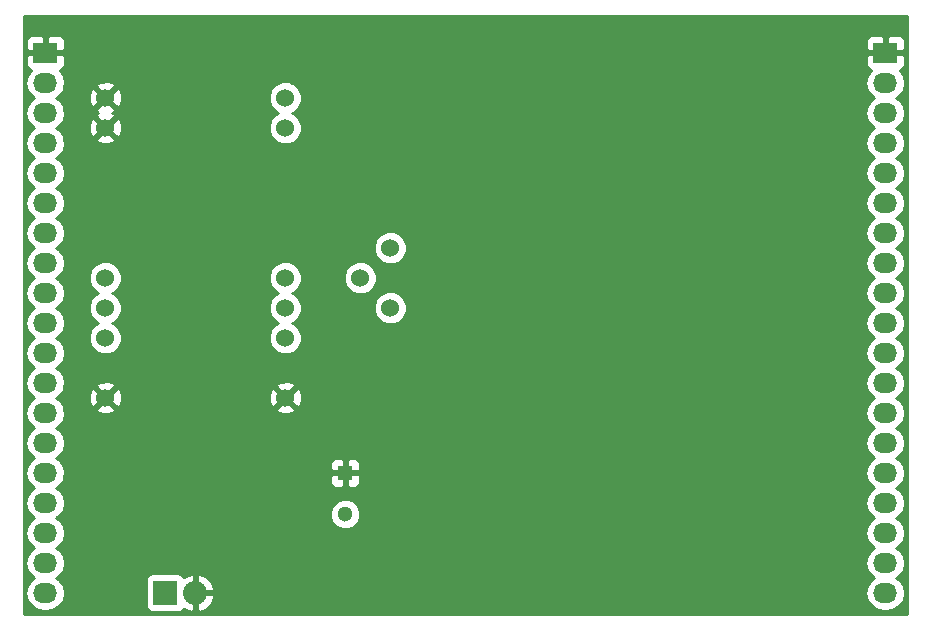
<source format=gbr>
G04 #@! TF.FileFunction,Copper,L2,Bot,Signal*
%FSLAX46Y46*%
G04 Gerber Fmt 4.6, Leading zero omitted, Abs format (unit mm)*
G04 Created by KiCad (PCBNEW 4.0.3+e1-6302~38~ubuntu16.04.1-stable) date Fri Aug 26 17:08:26 2016*
%MOMM*%
%LPD*%
G01*
G04 APERTURE LIST*
%ADD10C,0.100000*%
%ADD11R,2.032000X2.032000*%
%ADD12O,2.032000X2.032000*%
%ADD13C,1.524000*%
%ADD14R,2.032000X1.727200*%
%ADD15O,2.032000X1.727200*%
%ADD16C,1.300000*%
%ADD17R,1.300000X1.300000*%
%ADD18C,0.254000*%
G04 APERTURE END LIST*
D10*
D11*
X69850000Y-100330000D03*
D12*
X72390000Y-100330000D03*
D13*
X86360000Y-73660000D03*
X88900000Y-71120000D03*
X88900000Y-76200000D03*
X64770000Y-58420000D03*
X64770000Y-60960000D03*
X64770000Y-73660000D03*
X64770000Y-76200000D03*
X64770000Y-78740000D03*
X64770000Y-83820000D03*
X80010000Y-83820000D03*
X80010000Y-78740000D03*
X80010000Y-76200000D03*
X80010000Y-73660000D03*
X80010000Y-60960000D03*
X80010000Y-58420000D03*
D14*
X130810000Y-54610000D03*
D15*
X130810000Y-57150000D03*
X130810000Y-59690000D03*
X130810000Y-62230000D03*
X130810000Y-64770000D03*
X130810000Y-67310000D03*
X130810000Y-69850000D03*
X130810000Y-72390000D03*
X130810000Y-74930000D03*
X130810000Y-77470000D03*
X130810000Y-80010000D03*
X130810000Y-82550000D03*
X130810000Y-85090000D03*
X130810000Y-87630000D03*
X130810000Y-90170000D03*
X130810000Y-92710000D03*
X130810000Y-95250000D03*
X130810000Y-97790000D03*
X130810000Y-100330000D03*
D14*
X59690000Y-54610000D03*
D15*
X59690000Y-57150000D03*
X59690000Y-59690000D03*
X59690000Y-62230000D03*
X59690000Y-64770000D03*
X59690000Y-67310000D03*
X59690000Y-69850000D03*
X59690000Y-72390000D03*
X59690000Y-74930000D03*
X59690000Y-77470000D03*
X59690000Y-80010000D03*
X59690000Y-82550000D03*
X59690000Y-85090000D03*
X59690000Y-87630000D03*
X59690000Y-90170000D03*
X59690000Y-92710000D03*
X59690000Y-95250000D03*
X59690000Y-97790000D03*
X59690000Y-100330000D03*
D16*
X85090000Y-93670000D03*
D17*
X85090000Y-90170000D03*
D18*
G36*
X132640000Y-102160000D02*
X57860000Y-102160000D01*
X57860000Y-57150000D01*
X58006655Y-57150000D01*
X58120729Y-57723489D01*
X58445585Y-58209670D01*
X58760366Y-58420000D01*
X58445585Y-58630330D01*
X58120729Y-59116511D01*
X58006655Y-59690000D01*
X58120729Y-60263489D01*
X58445585Y-60749670D01*
X58760366Y-60960000D01*
X58445585Y-61170330D01*
X58120729Y-61656511D01*
X58006655Y-62230000D01*
X58120729Y-62803489D01*
X58445585Y-63289670D01*
X58760366Y-63500000D01*
X58445585Y-63710330D01*
X58120729Y-64196511D01*
X58006655Y-64770000D01*
X58120729Y-65343489D01*
X58445585Y-65829670D01*
X58760366Y-66040000D01*
X58445585Y-66250330D01*
X58120729Y-66736511D01*
X58006655Y-67310000D01*
X58120729Y-67883489D01*
X58445585Y-68369670D01*
X58760366Y-68580000D01*
X58445585Y-68790330D01*
X58120729Y-69276511D01*
X58006655Y-69850000D01*
X58120729Y-70423489D01*
X58445585Y-70909670D01*
X58760366Y-71120000D01*
X58445585Y-71330330D01*
X58120729Y-71816511D01*
X58006655Y-72390000D01*
X58120729Y-72963489D01*
X58445585Y-73449670D01*
X58760366Y-73660000D01*
X58445585Y-73870330D01*
X58120729Y-74356511D01*
X58006655Y-74930000D01*
X58120729Y-75503489D01*
X58445585Y-75989670D01*
X58760366Y-76200000D01*
X58445585Y-76410330D01*
X58120729Y-76896511D01*
X58006655Y-77470000D01*
X58120729Y-78043489D01*
X58445585Y-78529670D01*
X58760366Y-78740000D01*
X58445585Y-78950330D01*
X58120729Y-79436511D01*
X58006655Y-80010000D01*
X58120729Y-80583489D01*
X58445585Y-81069670D01*
X58760366Y-81280000D01*
X58445585Y-81490330D01*
X58120729Y-81976511D01*
X58006655Y-82550000D01*
X58120729Y-83123489D01*
X58445585Y-83609670D01*
X58760366Y-83820000D01*
X58445585Y-84030330D01*
X58120729Y-84516511D01*
X58006655Y-85090000D01*
X58120729Y-85663489D01*
X58445585Y-86149670D01*
X58760366Y-86360000D01*
X58445585Y-86570330D01*
X58120729Y-87056511D01*
X58006655Y-87630000D01*
X58120729Y-88203489D01*
X58445585Y-88689670D01*
X58760366Y-88900000D01*
X58445585Y-89110330D01*
X58120729Y-89596511D01*
X58006655Y-90170000D01*
X58120729Y-90743489D01*
X58445585Y-91229670D01*
X58760366Y-91440000D01*
X58445585Y-91650330D01*
X58120729Y-92136511D01*
X58006655Y-92710000D01*
X58120729Y-93283489D01*
X58445585Y-93769670D01*
X58760366Y-93980000D01*
X58445585Y-94190330D01*
X58120729Y-94676511D01*
X58006655Y-95250000D01*
X58120729Y-95823489D01*
X58445585Y-96309670D01*
X58760366Y-96520000D01*
X58445585Y-96730330D01*
X58120729Y-97216511D01*
X58006655Y-97790000D01*
X58120729Y-98363489D01*
X58445585Y-98849670D01*
X58760366Y-99060000D01*
X58445585Y-99270330D01*
X58120729Y-99756511D01*
X58006655Y-100330000D01*
X58120729Y-100903489D01*
X58445585Y-101389670D01*
X58931766Y-101714526D01*
X59505255Y-101828600D01*
X59874745Y-101828600D01*
X60448234Y-101714526D01*
X60934415Y-101389670D01*
X61259271Y-100903489D01*
X61373345Y-100330000D01*
X61259271Y-99756511D01*
X60963595Y-99314000D01*
X68186560Y-99314000D01*
X68186560Y-101346000D01*
X68230838Y-101581317D01*
X68369910Y-101797441D01*
X68582110Y-101942431D01*
X68834000Y-101993440D01*
X70866000Y-101993440D01*
X71101317Y-101949162D01*
X71317441Y-101810090D01*
X71417856Y-101663128D01*
X71421621Y-101667188D01*
X72007054Y-101935983D01*
X72263000Y-101817367D01*
X72263000Y-100457000D01*
X72517000Y-100457000D01*
X72517000Y-101817367D01*
X72772946Y-101935983D01*
X73358379Y-101667188D01*
X73796385Y-101194818D01*
X73995975Y-100712944D01*
X73876836Y-100457000D01*
X72517000Y-100457000D01*
X72263000Y-100457000D01*
X72243000Y-100457000D01*
X72243000Y-100203000D01*
X72263000Y-100203000D01*
X72263000Y-98842633D01*
X72517000Y-98842633D01*
X72517000Y-100203000D01*
X73876836Y-100203000D01*
X73995975Y-99947056D01*
X73796385Y-99465182D01*
X73358379Y-98992812D01*
X72772946Y-98724017D01*
X72517000Y-98842633D01*
X72263000Y-98842633D01*
X72007054Y-98724017D01*
X71421621Y-98992812D01*
X71417066Y-98997724D01*
X71330090Y-98862559D01*
X71117890Y-98717569D01*
X70866000Y-98666560D01*
X68834000Y-98666560D01*
X68598683Y-98710838D01*
X68382559Y-98849910D01*
X68237569Y-99062110D01*
X68186560Y-99314000D01*
X60963595Y-99314000D01*
X60934415Y-99270330D01*
X60619634Y-99060000D01*
X60934415Y-98849670D01*
X61259271Y-98363489D01*
X61373345Y-97790000D01*
X61259271Y-97216511D01*
X60934415Y-96730330D01*
X60619634Y-96520000D01*
X60934415Y-96309670D01*
X61259271Y-95823489D01*
X61373345Y-95250000D01*
X61259271Y-94676511D01*
X60934415Y-94190330D01*
X60619634Y-93980000D01*
X60702724Y-93924481D01*
X83804777Y-93924481D01*
X83999995Y-94396943D01*
X84361155Y-94758735D01*
X84833276Y-94954777D01*
X85344481Y-94955223D01*
X85816943Y-94760005D01*
X86178735Y-94398845D01*
X86374777Y-93926724D01*
X86375223Y-93415519D01*
X86180005Y-92943057D01*
X85818845Y-92581265D01*
X85346724Y-92385223D01*
X84835519Y-92384777D01*
X84363057Y-92579995D01*
X84001265Y-92941155D01*
X83805223Y-93413276D01*
X83804777Y-93924481D01*
X60702724Y-93924481D01*
X60934415Y-93769670D01*
X61259271Y-93283489D01*
X61373345Y-92710000D01*
X61259271Y-92136511D01*
X60934415Y-91650330D01*
X60619634Y-91440000D01*
X60934415Y-91229670D01*
X61259271Y-90743489D01*
X61316505Y-90455750D01*
X83805000Y-90455750D01*
X83805000Y-90946309D01*
X83901673Y-91179698D01*
X84080301Y-91358327D01*
X84313690Y-91455000D01*
X84804250Y-91455000D01*
X84963000Y-91296250D01*
X84963000Y-90297000D01*
X85217000Y-90297000D01*
X85217000Y-91296250D01*
X85375750Y-91455000D01*
X85866310Y-91455000D01*
X86099699Y-91358327D01*
X86278327Y-91179698D01*
X86375000Y-90946309D01*
X86375000Y-90455750D01*
X86216250Y-90297000D01*
X85217000Y-90297000D01*
X84963000Y-90297000D01*
X83963750Y-90297000D01*
X83805000Y-90455750D01*
X61316505Y-90455750D01*
X61373345Y-90170000D01*
X61259271Y-89596511D01*
X61123751Y-89393691D01*
X83805000Y-89393691D01*
X83805000Y-89884250D01*
X83963750Y-90043000D01*
X84963000Y-90043000D01*
X84963000Y-89043750D01*
X85217000Y-89043750D01*
X85217000Y-90043000D01*
X86216250Y-90043000D01*
X86375000Y-89884250D01*
X86375000Y-89393691D01*
X86278327Y-89160302D01*
X86099699Y-88981673D01*
X85866310Y-88885000D01*
X85375750Y-88885000D01*
X85217000Y-89043750D01*
X84963000Y-89043750D01*
X84804250Y-88885000D01*
X84313690Y-88885000D01*
X84080301Y-88981673D01*
X83901673Y-89160302D01*
X83805000Y-89393691D01*
X61123751Y-89393691D01*
X60934415Y-89110330D01*
X60619634Y-88900000D01*
X60934415Y-88689670D01*
X61259271Y-88203489D01*
X61373345Y-87630000D01*
X61259271Y-87056511D01*
X60934415Y-86570330D01*
X60619634Y-86360000D01*
X60934415Y-86149670D01*
X61259271Y-85663489D01*
X61373345Y-85090000D01*
X61315703Y-84800213D01*
X63969392Y-84800213D01*
X64038857Y-85042397D01*
X64562302Y-85229144D01*
X65117368Y-85201362D01*
X65501143Y-85042397D01*
X65570608Y-84800213D01*
X79209392Y-84800213D01*
X79278857Y-85042397D01*
X79802302Y-85229144D01*
X80357368Y-85201362D01*
X80741143Y-85042397D01*
X80810608Y-84800213D01*
X80010000Y-83999605D01*
X79209392Y-84800213D01*
X65570608Y-84800213D01*
X64770000Y-83999605D01*
X63969392Y-84800213D01*
X61315703Y-84800213D01*
X61259271Y-84516511D01*
X60934415Y-84030330D01*
X60619634Y-83820000D01*
X60930475Y-83612302D01*
X63360856Y-83612302D01*
X63388638Y-84167368D01*
X63547603Y-84551143D01*
X63789787Y-84620608D01*
X64590395Y-83820000D01*
X64949605Y-83820000D01*
X65750213Y-84620608D01*
X65992397Y-84551143D01*
X66179144Y-84027698D01*
X66158353Y-83612302D01*
X78600856Y-83612302D01*
X78628638Y-84167368D01*
X78787603Y-84551143D01*
X79029787Y-84620608D01*
X79830395Y-83820000D01*
X80189605Y-83820000D01*
X80990213Y-84620608D01*
X81232397Y-84551143D01*
X81419144Y-84027698D01*
X81391362Y-83472632D01*
X81232397Y-83088857D01*
X80990213Y-83019392D01*
X80189605Y-83820000D01*
X79830395Y-83820000D01*
X79029787Y-83019392D01*
X78787603Y-83088857D01*
X78600856Y-83612302D01*
X66158353Y-83612302D01*
X66151362Y-83472632D01*
X65992397Y-83088857D01*
X65750213Y-83019392D01*
X64949605Y-83820000D01*
X64590395Y-83820000D01*
X63789787Y-83019392D01*
X63547603Y-83088857D01*
X63360856Y-83612302D01*
X60930475Y-83612302D01*
X60934415Y-83609670D01*
X61259271Y-83123489D01*
X61315702Y-82839787D01*
X63969392Y-82839787D01*
X64770000Y-83640395D01*
X65570608Y-82839787D01*
X79209392Y-82839787D01*
X80010000Y-83640395D01*
X80810608Y-82839787D01*
X80741143Y-82597603D01*
X80217698Y-82410856D01*
X79662632Y-82438638D01*
X79278857Y-82597603D01*
X79209392Y-82839787D01*
X65570608Y-82839787D01*
X65501143Y-82597603D01*
X64977698Y-82410856D01*
X64422632Y-82438638D01*
X64038857Y-82597603D01*
X63969392Y-82839787D01*
X61315702Y-82839787D01*
X61373345Y-82550000D01*
X61259271Y-81976511D01*
X60934415Y-81490330D01*
X60619634Y-81280000D01*
X60934415Y-81069670D01*
X61259271Y-80583489D01*
X61373345Y-80010000D01*
X61259271Y-79436511D01*
X60934415Y-78950330D01*
X60619634Y-78740000D01*
X60934415Y-78529670D01*
X61259271Y-78043489D01*
X61373345Y-77470000D01*
X61259271Y-76896511D01*
X60934415Y-76410330D01*
X60619634Y-76200000D01*
X60934415Y-75989670D01*
X61259271Y-75503489D01*
X61373345Y-74930000D01*
X61259271Y-74356511D01*
X60978736Y-73936661D01*
X63372758Y-73936661D01*
X63584990Y-74450303D01*
X63977630Y-74843629D01*
X64185512Y-74929949D01*
X63979697Y-75014990D01*
X63586371Y-75407630D01*
X63373243Y-75920900D01*
X63372758Y-76476661D01*
X63584990Y-76990303D01*
X63977630Y-77383629D01*
X64185512Y-77469949D01*
X63979697Y-77554990D01*
X63586371Y-77947630D01*
X63373243Y-78460900D01*
X63372758Y-79016661D01*
X63584990Y-79530303D01*
X63977630Y-79923629D01*
X64490900Y-80136757D01*
X65046661Y-80137242D01*
X65560303Y-79925010D01*
X65953629Y-79532370D01*
X66166757Y-79019100D01*
X66167242Y-78463339D01*
X65955010Y-77949697D01*
X65562370Y-77556371D01*
X65354488Y-77470051D01*
X65560303Y-77385010D01*
X65953629Y-76992370D01*
X66166757Y-76479100D01*
X66167242Y-75923339D01*
X65955010Y-75409697D01*
X65562370Y-75016371D01*
X65354488Y-74930051D01*
X65560303Y-74845010D01*
X65953629Y-74452370D01*
X66166757Y-73939100D01*
X66166759Y-73936661D01*
X78612758Y-73936661D01*
X78824990Y-74450303D01*
X79217630Y-74843629D01*
X79425512Y-74929949D01*
X79219697Y-75014990D01*
X78826371Y-75407630D01*
X78613243Y-75920900D01*
X78612758Y-76476661D01*
X78824990Y-76990303D01*
X79217630Y-77383629D01*
X79425512Y-77469949D01*
X79219697Y-77554990D01*
X78826371Y-77947630D01*
X78613243Y-78460900D01*
X78612758Y-79016661D01*
X78824990Y-79530303D01*
X79217630Y-79923629D01*
X79730900Y-80136757D01*
X80286661Y-80137242D01*
X80800303Y-79925010D01*
X81193629Y-79532370D01*
X81406757Y-79019100D01*
X81407242Y-78463339D01*
X81195010Y-77949697D01*
X80802370Y-77556371D01*
X80594488Y-77470051D01*
X80800303Y-77385010D01*
X81193629Y-76992370D01*
X81406757Y-76479100D01*
X81406759Y-76476661D01*
X87502758Y-76476661D01*
X87714990Y-76990303D01*
X88107630Y-77383629D01*
X88620900Y-77596757D01*
X89176661Y-77597242D01*
X89690303Y-77385010D01*
X90083629Y-76992370D01*
X90296757Y-76479100D01*
X90297242Y-75923339D01*
X90085010Y-75409697D01*
X89692370Y-75016371D01*
X89179100Y-74803243D01*
X88623339Y-74802758D01*
X88109697Y-75014990D01*
X87716371Y-75407630D01*
X87503243Y-75920900D01*
X87502758Y-76476661D01*
X81406759Y-76476661D01*
X81407242Y-75923339D01*
X81195010Y-75409697D01*
X80802370Y-75016371D01*
X80594488Y-74930051D01*
X80800303Y-74845010D01*
X81193629Y-74452370D01*
X81406757Y-73939100D01*
X81406759Y-73936661D01*
X84962758Y-73936661D01*
X85174990Y-74450303D01*
X85567630Y-74843629D01*
X86080900Y-75056757D01*
X86636661Y-75057242D01*
X87150303Y-74845010D01*
X87543629Y-74452370D01*
X87756757Y-73939100D01*
X87757242Y-73383339D01*
X87545010Y-72869697D01*
X87152370Y-72476371D01*
X86639100Y-72263243D01*
X86083339Y-72262758D01*
X85569697Y-72474990D01*
X85176371Y-72867630D01*
X84963243Y-73380900D01*
X84962758Y-73936661D01*
X81406759Y-73936661D01*
X81407242Y-73383339D01*
X81195010Y-72869697D01*
X80802370Y-72476371D01*
X80289100Y-72263243D01*
X79733339Y-72262758D01*
X79219697Y-72474990D01*
X78826371Y-72867630D01*
X78613243Y-73380900D01*
X78612758Y-73936661D01*
X66166759Y-73936661D01*
X66167242Y-73383339D01*
X65955010Y-72869697D01*
X65562370Y-72476371D01*
X65049100Y-72263243D01*
X64493339Y-72262758D01*
X63979697Y-72474990D01*
X63586371Y-72867630D01*
X63373243Y-73380900D01*
X63372758Y-73936661D01*
X60978736Y-73936661D01*
X60934415Y-73870330D01*
X60619634Y-73660000D01*
X60934415Y-73449670D01*
X61259271Y-72963489D01*
X61373345Y-72390000D01*
X61259271Y-71816511D01*
X60978736Y-71396661D01*
X87502758Y-71396661D01*
X87714990Y-71910303D01*
X88107630Y-72303629D01*
X88620900Y-72516757D01*
X89176661Y-72517242D01*
X89690303Y-72305010D01*
X90083629Y-71912370D01*
X90296757Y-71399100D01*
X90297242Y-70843339D01*
X90085010Y-70329697D01*
X89692370Y-69936371D01*
X89179100Y-69723243D01*
X88623339Y-69722758D01*
X88109697Y-69934990D01*
X87716371Y-70327630D01*
X87503243Y-70840900D01*
X87502758Y-71396661D01*
X60978736Y-71396661D01*
X60934415Y-71330330D01*
X60619634Y-71120000D01*
X60934415Y-70909670D01*
X61259271Y-70423489D01*
X61373345Y-69850000D01*
X61259271Y-69276511D01*
X60934415Y-68790330D01*
X60619634Y-68580000D01*
X60934415Y-68369670D01*
X61259271Y-67883489D01*
X61373345Y-67310000D01*
X61259271Y-66736511D01*
X60934415Y-66250330D01*
X60619634Y-66040000D01*
X60934415Y-65829670D01*
X61259271Y-65343489D01*
X61373345Y-64770000D01*
X61259271Y-64196511D01*
X60934415Y-63710330D01*
X60619634Y-63500000D01*
X60934415Y-63289670D01*
X61259271Y-62803489D01*
X61373345Y-62230000D01*
X61315703Y-61940213D01*
X63969392Y-61940213D01*
X64038857Y-62182397D01*
X64562302Y-62369144D01*
X65117368Y-62341362D01*
X65501143Y-62182397D01*
X65570608Y-61940213D01*
X64770000Y-61139605D01*
X63969392Y-61940213D01*
X61315703Y-61940213D01*
X61259271Y-61656511D01*
X60934415Y-61170330D01*
X60619634Y-60960000D01*
X60930475Y-60752302D01*
X63360856Y-60752302D01*
X63388638Y-61307368D01*
X63547603Y-61691143D01*
X63789787Y-61760608D01*
X64590395Y-60960000D01*
X64949605Y-60960000D01*
X65750213Y-61760608D01*
X65992397Y-61691143D01*
X66179144Y-61167698D01*
X66151362Y-60612632D01*
X65992397Y-60228857D01*
X65750213Y-60159392D01*
X64949605Y-60960000D01*
X64590395Y-60960000D01*
X63789787Y-60159392D01*
X63547603Y-60228857D01*
X63360856Y-60752302D01*
X60930475Y-60752302D01*
X60934415Y-60749670D01*
X61259271Y-60263489D01*
X61373345Y-59690000D01*
X61315703Y-59400213D01*
X63969392Y-59400213D01*
X64038857Y-59642397D01*
X64162344Y-59686453D01*
X64038857Y-59737603D01*
X63969392Y-59979787D01*
X64770000Y-60780395D01*
X65570608Y-59979787D01*
X65501143Y-59737603D01*
X65377656Y-59693547D01*
X65501143Y-59642397D01*
X65570608Y-59400213D01*
X64770000Y-58599605D01*
X63969392Y-59400213D01*
X61315703Y-59400213D01*
X61259271Y-59116511D01*
X60934415Y-58630330D01*
X60619634Y-58420000D01*
X60930475Y-58212302D01*
X63360856Y-58212302D01*
X63388638Y-58767368D01*
X63547603Y-59151143D01*
X63789787Y-59220608D01*
X64590395Y-58420000D01*
X64949605Y-58420000D01*
X65750213Y-59220608D01*
X65992397Y-59151143D01*
X66154540Y-58696661D01*
X78612758Y-58696661D01*
X78824990Y-59210303D01*
X79217630Y-59603629D01*
X79425512Y-59689949D01*
X79219697Y-59774990D01*
X78826371Y-60167630D01*
X78613243Y-60680900D01*
X78612758Y-61236661D01*
X78824990Y-61750303D01*
X79217630Y-62143629D01*
X79730900Y-62356757D01*
X80286661Y-62357242D01*
X80800303Y-62145010D01*
X81193629Y-61752370D01*
X81406757Y-61239100D01*
X81407242Y-60683339D01*
X81195010Y-60169697D01*
X80802370Y-59776371D01*
X80594488Y-59690051D01*
X80800303Y-59605010D01*
X81193629Y-59212370D01*
X81406757Y-58699100D01*
X81407242Y-58143339D01*
X81195010Y-57629697D01*
X80802370Y-57236371D01*
X80594366Y-57150000D01*
X129126655Y-57150000D01*
X129240729Y-57723489D01*
X129565585Y-58209670D01*
X129880366Y-58420000D01*
X129565585Y-58630330D01*
X129240729Y-59116511D01*
X129126655Y-59690000D01*
X129240729Y-60263489D01*
X129565585Y-60749670D01*
X129880366Y-60960000D01*
X129565585Y-61170330D01*
X129240729Y-61656511D01*
X129126655Y-62230000D01*
X129240729Y-62803489D01*
X129565585Y-63289670D01*
X129880366Y-63500000D01*
X129565585Y-63710330D01*
X129240729Y-64196511D01*
X129126655Y-64770000D01*
X129240729Y-65343489D01*
X129565585Y-65829670D01*
X129880366Y-66040000D01*
X129565585Y-66250330D01*
X129240729Y-66736511D01*
X129126655Y-67310000D01*
X129240729Y-67883489D01*
X129565585Y-68369670D01*
X129880366Y-68580000D01*
X129565585Y-68790330D01*
X129240729Y-69276511D01*
X129126655Y-69850000D01*
X129240729Y-70423489D01*
X129565585Y-70909670D01*
X129880366Y-71120000D01*
X129565585Y-71330330D01*
X129240729Y-71816511D01*
X129126655Y-72390000D01*
X129240729Y-72963489D01*
X129565585Y-73449670D01*
X129880366Y-73660000D01*
X129565585Y-73870330D01*
X129240729Y-74356511D01*
X129126655Y-74930000D01*
X129240729Y-75503489D01*
X129565585Y-75989670D01*
X129880366Y-76200000D01*
X129565585Y-76410330D01*
X129240729Y-76896511D01*
X129126655Y-77470000D01*
X129240729Y-78043489D01*
X129565585Y-78529670D01*
X129880366Y-78740000D01*
X129565585Y-78950330D01*
X129240729Y-79436511D01*
X129126655Y-80010000D01*
X129240729Y-80583489D01*
X129565585Y-81069670D01*
X129880366Y-81280000D01*
X129565585Y-81490330D01*
X129240729Y-81976511D01*
X129126655Y-82550000D01*
X129240729Y-83123489D01*
X129565585Y-83609670D01*
X129880366Y-83820000D01*
X129565585Y-84030330D01*
X129240729Y-84516511D01*
X129126655Y-85090000D01*
X129240729Y-85663489D01*
X129565585Y-86149670D01*
X129880366Y-86360000D01*
X129565585Y-86570330D01*
X129240729Y-87056511D01*
X129126655Y-87630000D01*
X129240729Y-88203489D01*
X129565585Y-88689670D01*
X129880366Y-88900000D01*
X129565585Y-89110330D01*
X129240729Y-89596511D01*
X129126655Y-90170000D01*
X129240729Y-90743489D01*
X129565585Y-91229670D01*
X129880366Y-91440000D01*
X129565585Y-91650330D01*
X129240729Y-92136511D01*
X129126655Y-92710000D01*
X129240729Y-93283489D01*
X129565585Y-93769670D01*
X129880366Y-93980000D01*
X129565585Y-94190330D01*
X129240729Y-94676511D01*
X129126655Y-95250000D01*
X129240729Y-95823489D01*
X129565585Y-96309670D01*
X129880366Y-96520000D01*
X129565585Y-96730330D01*
X129240729Y-97216511D01*
X129126655Y-97790000D01*
X129240729Y-98363489D01*
X129565585Y-98849670D01*
X129880366Y-99060000D01*
X129565585Y-99270330D01*
X129240729Y-99756511D01*
X129126655Y-100330000D01*
X129240729Y-100903489D01*
X129565585Y-101389670D01*
X130051766Y-101714526D01*
X130625255Y-101828600D01*
X130994745Y-101828600D01*
X131568234Y-101714526D01*
X132054415Y-101389670D01*
X132379271Y-100903489D01*
X132493345Y-100330000D01*
X132379271Y-99756511D01*
X132054415Y-99270330D01*
X131739634Y-99060000D01*
X132054415Y-98849670D01*
X132379271Y-98363489D01*
X132493345Y-97790000D01*
X132379271Y-97216511D01*
X132054415Y-96730330D01*
X131739634Y-96520000D01*
X132054415Y-96309670D01*
X132379271Y-95823489D01*
X132493345Y-95250000D01*
X132379271Y-94676511D01*
X132054415Y-94190330D01*
X131739634Y-93980000D01*
X132054415Y-93769670D01*
X132379271Y-93283489D01*
X132493345Y-92710000D01*
X132379271Y-92136511D01*
X132054415Y-91650330D01*
X131739634Y-91440000D01*
X132054415Y-91229670D01*
X132379271Y-90743489D01*
X132493345Y-90170000D01*
X132379271Y-89596511D01*
X132054415Y-89110330D01*
X131739634Y-88900000D01*
X132054415Y-88689670D01*
X132379271Y-88203489D01*
X132493345Y-87630000D01*
X132379271Y-87056511D01*
X132054415Y-86570330D01*
X131739634Y-86360000D01*
X132054415Y-86149670D01*
X132379271Y-85663489D01*
X132493345Y-85090000D01*
X132379271Y-84516511D01*
X132054415Y-84030330D01*
X131739634Y-83820000D01*
X132054415Y-83609670D01*
X132379271Y-83123489D01*
X132493345Y-82550000D01*
X132379271Y-81976511D01*
X132054415Y-81490330D01*
X131739634Y-81280000D01*
X132054415Y-81069670D01*
X132379271Y-80583489D01*
X132493345Y-80010000D01*
X132379271Y-79436511D01*
X132054415Y-78950330D01*
X131739634Y-78740000D01*
X132054415Y-78529670D01*
X132379271Y-78043489D01*
X132493345Y-77470000D01*
X132379271Y-76896511D01*
X132054415Y-76410330D01*
X131739634Y-76200000D01*
X132054415Y-75989670D01*
X132379271Y-75503489D01*
X132493345Y-74930000D01*
X132379271Y-74356511D01*
X132054415Y-73870330D01*
X131739634Y-73660000D01*
X132054415Y-73449670D01*
X132379271Y-72963489D01*
X132493345Y-72390000D01*
X132379271Y-71816511D01*
X132054415Y-71330330D01*
X131739634Y-71120000D01*
X132054415Y-70909670D01*
X132379271Y-70423489D01*
X132493345Y-69850000D01*
X132379271Y-69276511D01*
X132054415Y-68790330D01*
X131739634Y-68580000D01*
X132054415Y-68369670D01*
X132379271Y-67883489D01*
X132493345Y-67310000D01*
X132379271Y-66736511D01*
X132054415Y-66250330D01*
X131739634Y-66040000D01*
X132054415Y-65829670D01*
X132379271Y-65343489D01*
X132493345Y-64770000D01*
X132379271Y-64196511D01*
X132054415Y-63710330D01*
X131739634Y-63500000D01*
X132054415Y-63289670D01*
X132379271Y-62803489D01*
X132493345Y-62230000D01*
X132379271Y-61656511D01*
X132054415Y-61170330D01*
X131739634Y-60960000D01*
X132054415Y-60749670D01*
X132379271Y-60263489D01*
X132493345Y-59690000D01*
X132379271Y-59116511D01*
X132054415Y-58630330D01*
X131739634Y-58420000D01*
X132054415Y-58209670D01*
X132379271Y-57723489D01*
X132493345Y-57150000D01*
X132379271Y-56576511D01*
X132054415Y-56090330D01*
X132032220Y-56075500D01*
X132185699Y-56011927D01*
X132364327Y-55833298D01*
X132461000Y-55599909D01*
X132461000Y-54895750D01*
X132302250Y-54737000D01*
X130937000Y-54737000D01*
X130937000Y-54757000D01*
X130683000Y-54757000D01*
X130683000Y-54737000D01*
X129317750Y-54737000D01*
X129159000Y-54895750D01*
X129159000Y-55599909D01*
X129255673Y-55833298D01*
X129434301Y-56011927D01*
X129587780Y-56075500D01*
X129565585Y-56090330D01*
X129240729Y-56576511D01*
X129126655Y-57150000D01*
X80594366Y-57150000D01*
X80289100Y-57023243D01*
X79733339Y-57022758D01*
X79219697Y-57234990D01*
X78826371Y-57627630D01*
X78613243Y-58140900D01*
X78612758Y-58696661D01*
X66154540Y-58696661D01*
X66179144Y-58627698D01*
X66151362Y-58072632D01*
X65992397Y-57688857D01*
X65750213Y-57619392D01*
X64949605Y-58420000D01*
X64590395Y-58420000D01*
X63789787Y-57619392D01*
X63547603Y-57688857D01*
X63360856Y-58212302D01*
X60930475Y-58212302D01*
X60934415Y-58209670D01*
X61259271Y-57723489D01*
X61315702Y-57439787D01*
X63969392Y-57439787D01*
X64770000Y-58240395D01*
X65570608Y-57439787D01*
X65501143Y-57197603D01*
X64977698Y-57010856D01*
X64422632Y-57038638D01*
X64038857Y-57197603D01*
X63969392Y-57439787D01*
X61315702Y-57439787D01*
X61373345Y-57150000D01*
X61259271Y-56576511D01*
X60934415Y-56090330D01*
X60912220Y-56075500D01*
X61065699Y-56011927D01*
X61244327Y-55833298D01*
X61341000Y-55599909D01*
X61341000Y-54895750D01*
X61182250Y-54737000D01*
X59817000Y-54737000D01*
X59817000Y-54757000D01*
X59563000Y-54757000D01*
X59563000Y-54737000D01*
X58197750Y-54737000D01*
X58039000Y-54895750D01*
X58039000Y-55599909D01*
X58135673Y-55833298D01*
X58314301Y-56011927D01*
X58467780Y-56075500D01*
X58445585Y-56090330D01*
X58120729Y-56576511D01*
X58006655Y-57150000D01*
X57860000Y-57150000D01*
X57860000Y-53620091D01*
X58039000Y-53620091D01*
X58039000Y-54324250D01*
X58197750Y-54483000D01*
X59563000Y-54483000D01*
X59563000Y-53270150D01*
X59817000Y-53270150D01*
X59817000Y-54483000D01*
X61182250Y-54483000D01*
X61341000Y-54324250D01*
X61341000Y-53620091D01*
X129159000Y-53620091D01*
X129159000Y-54324250D01*
X129317750Y-54483000D01*
X130683000Y-54483000D01*
X130683000Y-53270150D01*
X130937000Y-53270150D01*
X130937000Y-54483000D01*
X132302250Y-54483000D01*
X132461000Y-54324250D01*
X132461000Y-53620091D01*
X132364327Y-53386702D01*
X132185699Y-53208073D01*
X131952310Y-53111400D01*
X131095750Y-53111400D01*
X130937000Y-53270150D01*
X130683000Y-53270150D01*
X130524250Y-53111400D01*
X129667690Y-53111400D01*
X129434301Y-53208073D01*
X129255673Y-53386702D01*
X129159000Y-53620091D01*
X61341000Y-53620091D01*
X61244327Y-53386702D01*
X61065699Y-53208073D01*
X60832310Y-53111400D01*
X59975750Y-53111400D01*
X59817000Y-53270150D01*
X59563000Y-53270150D01*
X59404250Y-53111400D01*
X58547690Y-53111400D01*
X58314301Y-53208073D01*
X58135673Y-53386702D01*
X58039000Y-53620091D01*
X57860000Y-53620091D01*
X57860000Y-51510000D01*
X132640000Y-51510000D01*
X132640000Y-102160000D01*
X132640000Y-102160000D01*
G37*
X132640000Y-102160000D02*
X57860000Y-102160000D01*
X57860000Y-57150000D01*
X58006655Y-57150000D01*
X58120729Y-57723489D01*
X58445585Y-58209670D01*
X58760366Y-58420000D01*
X58445585Y-58630330D01*
X58120729Y-59116511D01*
X58006655Y-59690000D01*
X58120729Y-60263489D01*
X58445585Y-60749670D01*
X58760366Y-60960000D01*
X58445585Y-61170330D01*
X58120729Y-61656511D01*
X58006655Y-62230000D01*
X58120729Y-62803489D01*
X58445585Y-63289670D01*
X58760366Y-63500000D01*
X58445585Y-63710330D01*
X58120729Y-64196511D01*
X58006655Y-64770000D01*
X58120729Y-65343489D01*
X58445585Y-65829670D01*
X58760366Y-66040000D01*
X58445585Y-66250330D01*
X58120729Y-66736511D01*
X58006655Y-67310000D01*
X58120729Y-67883489D01*
X58445585Y-68369670D01*
X58760366Y-68580000D01*
X58445585Y-68790330D01*
X58120729Y-69276511D01*
X58006655Y-69850000D01*
X58120729Y-70423489D01*
X58445585Y-70909670D01*
X58760366Y-71120000D01*
X58445585Y-71330330D01*
X58120729Y-71816511D01*
X58006655Y-72390000D01*
X58120729Y-72963489D01*
X58445585Y-73449670D01*
X58760366Y-73660000D01*
X58445585Y-73870330D01*
X58120729Y-74356511D01*
X58006655Y-74930000D01*
X58120729Y-75503489D01*
X58445585Y-75989670D01*
X58760366Y-76200000D01*
X58445585Y-76410330D01*
X58120729Y-76896511D01*
X58006655Y-77470000D01*
X58120729Y-78043489D01*
X58445585Y-78529670D01*
X58760366Y-78740000D01*
X58445585Y-78950330D01*
X58120729Y-79436511D01*
X58006655Y-80010000D01*
X58120729Y-80583489D01*
X58445585Y-81069670D01*
X58760366Y-81280000D01*
X58445585Y-81490330D01*
X58120729Y-81976511D01*
X58006655Y-82550000D01*
X58120729Y-83123489D01*
X58445585Y-83609670D01*
X58760366Y-83820000D01*
X58445585Y-84030330D01*
X58120729Y-84516511D01*
X58006655Y-85090000D01*
X58120729Y-85663489D01*
X58445585Y-86149670D01*
X58760366Y-86360000D01*
X58445585Y-86570330D01*
X58120729Y-87056511D01*
X58006655Y-87630000D01*
X58120729Y-88203489D01*
X58445585Y-88689670D01*
X58760366Y-88900000D01*
X58445585Y-89110330D01*
X58120729Y-89596511D01*
X58006655Y-90170000D01*
X58120729Y-90743489D01*
X58445585Y-91229670D01*
X58760366Y-91440000D01*
X58445585Y-91650330D01*
X58120729Y-92136511D01*
X58006655Y-92710000D01*
X58120729Y-93283489D01*
X58445585Y-93769670D01*
X58760366Y-93980000D01*
X58445585Y-94190330D01*
X58120729Y-94676511D01*
X58006655Y-95250000D01*
X58120729Y-95823489D01*
X58445585Y-96309670D01*
X58760366Y-96520000D01*
X58445585Y-96730330D01*
X58120729Y-97216511D01*
X58006655Y-97790000D01*
X58120729Y-98363489D01*
X58445585Y-98849670D01*
X58760366Y-99060000D01*
X58445585Y-99270330D01*
X58120729Y-99756511D01*
X58006655Y-100330000D01*
X58120729Y-100903489D01*
X58445585Y-101389670D01*
X58931766Y-101714526D01*
X59505255Y-101828600D01*
X59874745Y-101828600D01*
X60448234Y-101714526D01*
X60934415Y-101389670D01*
X61259271Y-100903489D01*
X61373345Y-100330000D01*
X61259271Y-99756511D01*
X60963595Y-99314000D01*
X68186560Y-99314000D01*
X68186560Y-101346000D01*
X68230838Y-101581317D01*
X68369910Y-101797441D01*
X68582110Y-101942431D01*
X68834000Y-101993440D01*
X70866000Y-101993440D01*
X71101317Y-101949162D01*
X71317441Y-101810090D01*
X71417856Y-101663128D01*
X71421621Y-101667188D01*
X72007054Y-101935983D01*
X72263000Y-101817367D01*
X72263000Y-100457000D01*
X72517000Y-100457000D01*
X72517000Y-101817367D01*
X72772946Y-101935983D01*
X73358379Y-101667188D01*
X73796385Y-101194818D01*
X73995975Y-100712944D01*
X73876836Y-100457000D01*
X72517000Y-100457000D01*
X72263000Y-100457000D01*
X72243000Y-100457000D01*
X72243000Y-100203000D01*
X72263000Y-100203000D01*
X72263000Y-98842633D01*
X72517000Y-98842633D01*
X72517000Y-100203000D01*
X73876836Y-100203000D01*
X73995975Y-99947056D01*
X73796385Y-99465182D01*
X73358379Y-98992812D01*
X72772946Y-98724017D01*
X72517000Y-98842633D01*
X72263000Y-98842633D01*
X72007054Y-98724017D01*
X71421621Y-98992812D01*
X71417066Y-98997724D01*
X71330090Y-98862559D01*
X71117890Y-98717569D01*
X70866000Y-98666560D01*
X68834000Y-98666560D01*
X68598683Y-98710838D01*
X68382559Y-98849910D01*
X68237569Y-99062110D01*
X68186560Y-99314000D01*
X60963595Y-99314000D01*
X60934415Y-99270330D01*
X60619634Y-99060000D01*
X60934415Y-98849670D01*
X61259271Y-98363489D01*
X61373345Y-97790000D01*
X61259271Y-97216511D01*
X60934415Y-96730330D01*
X60619634Y-96520000D01*
X60934415Y-96309670D01*
X61259271Y-95823489D01*
X61373345Y-95250000D01*
X61259271Y-94676511D01*
X60934415Y-94190330D01*
X60619634Y-93980000D01*
X60702724Y-93924481D01*
X83804777Y-93924481D01*
X83999995Y-94396943D01*
X84361155Y-94758735D01*
X84833276Y-94954777D01*
X85344481Y-94955223D01*
X85816943Y-94760005D01*
X86178735Y-94398845D01*
X86374777Y-93926724D01*
X86375223Y-93415519D01*
X86180005Y-92943057D01*
X85818845Y-92581265D01*
X85346724Y-92385223D01*
X84835519Y-92384777D01*
X84363057Y-92579995D01*
X84001265Y-92941155D01*
X83805223Y-93413276D01*
X83804777Y-93924481D01*
X60702724Y-93924481D01*
X60934415Y-93769670D01*
X61259271Y-93283489D01*
X61373345Y-92710000D01*
X61259271Y-92136511D01*
X60934415Y-91650330D01*
X60619634Y-91440000D01*
X60934415Y-91229670D01*
X61259271Y-90743489D01*
X61316505Y-90455750D01*
X83805000Y-90455750D01*
X83805000Y-90946309D01*
X83901673Y-91179698D01*
X84080301Y-91358327D01*
X84313690Y-91455000D01*
X84804250Y-91455000D01*
X84963000Y-91296250D01*
X84963000Y-90297000D01*
X85217000Y-90297000D01*
X85217000Y-91296250D01*
X85375750Y-91455000D01*
X85866310Y-91455000D01*
X86099699Y-91358327D01*
X86278327Y-91179698D01*
X86375000Y-90946309D01*
X86375000Y-90455750D01*
X86216250Y-90297000D01*
X85217000Y-90297000D01*
X84963000Y-90297000D01*
X83963750Y-90297000D01*
X83805000Y-90455750D01*
X61316505Y-90455750D01*
X61373345Y-90170000D01*
X61259271Y-89596511D01*
X61123751Y-89393691D01*
X83805000Y-89393691D01*
X83805000Y-89884250D01*
X83963750Y-90043000D01*
X84963000Y-90043000D01*
X84963000Y-89043750D01*
X85217000Y-89043750D01*
X85217000Y-90043000D01*
X86216250Y-90043000D01*
X86375000Y-89884250D01*
X86375000Y-89393691D01*
X86278327Y-89160302D01*
X86099699Y-88981673D01*
X85866310Y-88885000D01*
X85375750Y-88885000D01*
X85217000Y-89043750D01*
X84963000Y-89043750D01*
X84804250Y-88885000D01*
X84313690Y-88885000D01*
X84080301Y-88981673D01*
X83901673Y-89160302D01*
X83805000Y-89393691D01*
X61123751Y-89393691D01*
X60934415Y-89110330D01*
X60619634Y-88900000D01*
X60934415Y-88689670D01*
X61259271Y-88203489D01*
X61373345Y-87630000D01*
X61259271Y-87056511D01*
X60934415Y-86570330D01*
X60619634Y-86360000D01*
X60934415Y-86149670D01*
X61259271Y-85663489D01*
X61373345Y-85090000D01*
X61315703Y-84800213D01*
X63969392Y-84800213D01*
X64038857Y-85042397D01*
X64562302Y-85229144D01*
X65117368Y-85201362D01*
X65501143Y-85042397D01*
X65570608Y-84800213D01*
X79209392Y-84800213D01*
X79278857Y-85042397D01*
X79802302Y-85229144D01*
X80357368Y-85201362D01*
X80741143Y-85042397D01*
X80810608Y-84800213D01*
X80010000Y-83999605D01*
X79209392Y-84800213D01*
X65570608Y-84800213D01*
X64770000Y-83999605D01*
X63969392Y-84800213D01*
X61315703Y-84800213D01*
X61259271Y-84516511D01*
X60934415Y-84030330D01*
X60619634Y-83820000D01*
X60930475Y-83612302D01*
X63360856Y-83612302D01*
X63388638Y-84167368D01*
X63547603Y-84551143D01*
X63789787Y-84620608D01*
X64590395Y-83820000D01*
X64949605Y-83820000D01*
X65750213Y-84620608D01*
X65992397Y-84551143D01*
X66179144Y-84027698D01*
X66158353Y-83612302D01*
X78600856Y-83612302D01*
X78628638Y-84167368D01*
X78787603Y-84551143D01*
X79029787Y-84620608D01*
X79830395Y-83820000D01*
X80189605Y-83820000D01*
X80990213Y-84620608D01*
X81232397Y-84551143D01*
X81419144Y-84027698D01*
X81391362Y-83472632D01*
X81232397Y-83088857D01*
X80990213Y-83019392D01*
X80189605Y-83820000D01*
X79830395Y-83820000D01*
X79029787Y-83019392D01*
X78787603Y-83088857D01*
X78600856Y-83612302D01*
X66158353Y-83612302D01*
X66151362Y-83472632D01*
X65992397Y-83088857D01*
X65750213Y-83019392D01*
X64949605Y-83820000D01*
X64590395Y-83820000D01*
X63789787Y-83019392D01*
X63547603Y-83088857D01*
X63360856Y-83612302D01*
X60930475Y-83612302D01*
X60934415Y-83609670D01*
X61259271Y-83123489D01*
X61315702Y-82839787D01*
X63969392Y-82839787D01*
X64770000Y-83640395D01*
X65570608Y-82839787D01*
X79209392Y-82839787D01*
X80010000Y-83640395D01*
X80810608Y-82839787D01*
X80741143Y-82597603D01*
X80217698Y-82410856D01*
X79662632Y-82438638D01*
X79278857Y-82597603D01*
X79209392Y-82839787D01*
X65570608Y-82839787D01*
X65501143Y-82597603D01*
X64977698Y-82410856D01*
X64422632Y-82438638D01*
X64038857Y-82597603D01*
X63969392Y-82839787D01*
X61315702Y-82839787D01*
X61373345Y-82550000D01*
X61259271Y-81976511D01*
X60934415Y-81490330D01*
X60619634Y-81280000D01*
X60934415Y-81069670D01*
X61259271Y-80583489D01*
X61373345Y-80010000D01*
X61259271Y-79436511D01*
X60934415Y-78950330D01*
X60619634Y-78740000D01*
X60934415Y-78529670D01*
X61259271Y-78043489D01*
X61373345Y-77470000D01*
X61259271Y-76896511D01*
X60934415Y-76410330D01*
X60619634Y-76200000D01*
X60934415Y-75989670D01*
X61259271Y-75503489D01*
X61373345Y-74930000D01*
X61259271Y-74356511D01*
X60978736Y-73936661D01*
X63372758Y-73936661D01*
X63584990Y-74450303D01*
X63977630Y-74843629D01*
X64185512Y-74929949D01*
X63979697Y-75014990D01*
X63586371Y-75407630D01*
X63373243Y-75920900D01*
X63372758Y-76476661D01*
X63584990Y-76990303D01*
X63977630Y-77383629D01*
X64185512Y-77469949D01*
X63979697Y-77554990D01*
X63586371Y-77947630D01*
X63373243Y-78460900D01*
X63372758Y-79016661D01*
X63584990Y-79530303D01*
X63977630Y-79923629D01*
X64490900Y-80136757D01*
X65046661Y-80137242D01*
X65560303Y-79925010D01*
X65953629Y-79532370D01*
X66166757Y-79019100D01*
X66167242Y-78463339D01*
X65955010Y-77949697D01*
X65562370Y-77556371D01*
X65354488Y-77470051D01*
X65560303Y-77385010D01*
X65953629Y-76992370D01*
X66166757Y-76479100D01*
X66167242Y-75923339D01*
X65955010Y-75409697D01*
X65562370Y-75016371D01*
X65354488Y-74930051D01*
X65560303Y-74845010D01*
X65953629Y-74452370D01*
X66166757Y-73939100D01*
X66166759Y-73936661D01*
X78612758Y-73936661D01*
X78824990Y-74450303D01*
X79217630Y-74843629D01*
X79425512Y-74929949D01*
X79219697Y-75014990D01*
X78826371Y-75407630D01*
X78613243Y-75920900D01*
X78612758Y-76476661D01*
X78824990Y-76990303D01*
X79217630Y-77383629D01*
X79425512Y-77469949D01*
X79219697Y-77554990D01*
X78826371Y-77947630D01*
X78613243Y-78460900D01*
X78612758Y-79016661D01*
X78824990Y-79530303D01*
X79217630Y-79923629D01*
X79730900Y-80136757D01*
X80286661Y-80137242D01*
X80800303Y-79925010D01*
X81193629Y-79532370D01*
X81406757Y-79019100D01*
X81407242Y-78463339D01*
X81195010Y-77949697D01*
X80802370Y-77556371D01*
X80594488Y-77470051D01*
X80800303Y-77385010D01*
X81193629Y-76992370D01*
X81406757Y-76479100D01*
X81406759Y-76476661D01*
X87502758Y-76476661D01*
X87714990Y-76990303D01*
X88107630Y-77383629D01*
X88620900Y-77596757D01*
X89176661Y-77597242D01*
X89690303Y-77385010D01*
X90083629Y-76992370D01*
X90296757Y-76479100D01*
X90297242Y-75923339D01*
X90085010Y-75409697D01*
X89692370Y-75016371D01*
X89179100Y-74803243D01*
X88623339Y-74802758D01*
X88109697Y-75014990D01*
X87716371Y-75407630D01*
X87503243Y-75920900D01*
X87502758Y-76476661D01*
X81406759Y-76476661D01*
X81407242Y-75923339D01*
X81195010Y-75409697D01*
X80802370Y-75016371D01*
X80594488Y-74930051D01*
X80800303Y-74845010D01*
X81193629Y-74452370D01*
X81406757Y-73939100D01*
X81406759Y-73936661D01*
X84962758Y-73936661D01*
X85174990Y-74450303D01*
X85567630Y-74843629D01*
X86080900Y-75056757D01*
X86636661Y-75057242D01*
X87150303Y-74845010D01*
X87543629Y-74452370D01*
X87756757Y-73939100D01*
X87757242Y-73383339D01*
X87545010Y-72869697D01*
X87152370Y-72476371D01*
X86639100Y-72263243D01*
X86083339Y-72262758D01*
X85569697Y-72474990D01*
X85176371Y-72867630D01*
X84963243Y-73380900D01*
X84962758Y-73936661D01*
X81406759Y-73936661D01*
X81407242Y-73383339D01*
X81195010Y-72869697D01*
X80802370Y-72476371D01*
X80289100Y-72263243D01*
X79733339Y-72262758D01*
X79219697Y-72474990D01*
X78826371Y-72867630D01*
X78613243Y-73380900D01*
X78612758Y-73936661D01*
X66166759Y-73936661D01*
X66167242Y-73383339D01*
X65955010Y-72869697D01*
X65562370Y-72476371D01*
X65049100Y-72263243D01*
X64493339Y-72262758D01*
X63979697Y-72474990D01*
X63586371Y-72867630D01*
X63373243Y-73380900D01*
X63372758Y-73936661D01*
X60978736Y-73936661D01*
X60934415Y-73870330D01*
X60619634Y-73660000D01*
X60934415Y-73449670D01*
X61259271Y-72963489D01*
X61373345Y-72390000D01*
X61259271Y-71816511D01*
X60978736Y-71396661D01*
X87502758Y-71396661D01*
X87714990Y-71910303D01*
X88107630Y-72303629D01*
X88620900Y-72516757D01*
X89176661Y-72517242D01*
X89690303Y-72305010D01*
X90083629Y-71912370D01*
X90296757Y-71399100D01*
X90297242Y-70843339D01*
X90085010Y-70329697D01*
X89692370Y-69936371D01*
X89179100Y-69723243D01*
X88623339Y-69722758D01*
X88109697Y-69934990D01*
X87716371Y-70327630D01*
X87503243Y-70840900D01*
X87502758Y-71396661D01*
X60978736Y-71396661D01*
X60934415Y-71330330D01*
X60619634Y-71120000D01*
X60934415Y-70909670D01*
X61259271Y-70423489D01*
X61373345Y-69850000D01*
X61259271Y-69276511D01*
X60934415Y-68790330D01*
X60619634Y-68580000D01*
X60934415Y-68369670D01*
X61259271Y-67883489D01*
X61373345Y-67310000D01*
X61259271Y-66736511D01*
X60934415Y-66250330D01*
X60619634Y-66040000D01*
X60934415Y-65829670D01*
X61259271Y-65343489D01*
X61373345Y-64770000D01*
X61259271Y-64196511D01*
X60934415Y-63710330D01*
X60619634Y-63500000D01*
X60934415Y-63289670D01*
X61259271Y-62803489D01*
X61373345Y-62230000D01*
X61315703Y-61940213D01*
X63969392Y-61940213D01*
X64038857Y-62182397D01*
X64562302Y-62369144D01*
X65117368Y-62341362D01*
X65501143Y-62182397D01*
X65570608Y-61940213D01*
X64770000Y-61139605D01*
X63969392Y-61940213D01*
X61315703Y-61940213D01*
X61259271Y-61656511D01*
X60934415Y-61170330D01*
X60619634Y-60960000D01*
X60930475Y-60752302D01*
X63360856Y-60752302D01*
X63388638Y-61307368D01*
X63547603Y-61691143D01*
X63789787Y-61760608D01*
X64590395Y-60960000D01*
X64949605Y-60960000D01*
X65750213Y-61760608D01*
X65992397Y-61691143D01*
X66179144Y-61167698D01*
X66151362Y-60612632D01*
X65992397Y-60228857D01*
X65750213Y-60159392D01*
X64949605Y-60960000D01*
X64590395Y-60960000D01*
X63789787Y-60159392D01*
X63547603Y-60228857D01*
X63360856Y-60752302D01*
X60930475Y-60752302D01*
X60934415Y-60749670D01*
X61259271Y-60263489D01*
X61373345Y-59690000D01*
X61315703Y-59400213D01*
X63969392Y-59400213D01*
X64038857Y-59642397D01*
X64162344Y-59686453D01*
X64038857Y-59737603D01*
X63969392Y-59979787D01*
X64770000Y-60780395D01*
X65570608Y-59979787D01*
X65501143Y-59737603D01*
X65377656Y-59693547D01*
X65501143Y-59642397D01*
X65570608Y-59400213D01*
X64770000Y-58599605D01*
X63969392Y-59400213D01*
X61315703Y-59400213D01*
X61259271Y-59116511D01*
X60934415Y-58630330D01*
X60619634Y-58420000D01*
X60930475Y-58212302D01*
X63360856Y-58212302D01*
X63388638Y-58767368D01*
X63547603Y-59151143D01*
X63789787Y-59220608D01*
X64590395Y-58420000D01*
X64949605Y-58420000D01*
X65750213Y-59220608D01*
X65992397Y-59151143D01*
X66154540Y-58696661D01*
X78612758Y-58696661D01*
X78824990Y-59210303D01*
X79217630Y-59603629D01*
X79425512Y-59689949D01*
X79219697Y-59774990D01*
X78826371Y-60167630D01*
X78613243Y-60680900D01*
X78612758Y-61236661D01*
X78824990Y-61750303D01*
X79217630Y-62143629D01*
X79730900Y-62356757D01*
X80286661Y-62357242D01*
X80800303Y-62145010D01*
X81193629Y-61752370D01*
X81406757Y-61239100D01*
X81407242Y-60683339D01*
X81195010Y-60169697D01*
X80802370Y-59776371D01*
X80594488Y-59690051D01*
X80800303Y-59605010D01*
X81193629Y-59212370D01*
X81406757Y-58699100D01*
X81407242Y-58143339D01*
X81195010Y-57629697D01*
X80802370Y-57236371D01*
X80594366Y-57150000D01*
X129126655Y-57150000D01*
X129240729Y-57723489D01*
X129565585Y-58209670D01*
X129880366Y-58420000D01*
X129565585Y-58630330D01*
X129240729Y-59116511D01*
X129126655Y-59690000D01*
X129240729Y-60263489D01*
X129565585Y-60749670D01*
X129880366Y-60960000D01*
X129565585Y-61170330D01*
X129240729Y-61656511D01*
X129126655Y-62230000D01*
X129240729Y-62803489D01*
X129565585Y-63289670D01*
X129880366Y-63500000D01*
X129565585Y-63710330D01*
X129240729Y-64196511D01*
X129126655Y-64770000D01*
X129240729Y-65343489D01*
X129565585Y-65829670D01*
X129880366Y-66040000D01*
X129565585Y-66250330D01*
X129240729Y-66736511D01*
X129126655Y-67310000D01*
X129240729Y-67883489D01*
X129565585Y-68369670D01*
X129880366Y-68580000D01*
X129565585Y-68790330D01*
X129240729Y-69276511D01*
X129126655Y-69850000D01*
X129240729Y-70423489D01*
X129565585Y-70909670D01*
X129880366Y-71120000D01*
X129565585Y-71330330D01*
X129240729Y-71816511D01*
X129126655Y-72390000D01*
X129240729Y-72963489D01*
X129565585Y-73449670D01*
X129880366Y-73660000D01*
X129565585Y-73870330D01*
X129240729Y-74356511D01*
X129126655Y-74930000D01*
X129240729Y-75503489D01*
X129565585Y-75989670D01*
X129880366Y-76200000D01*
X129565585Y-76410330D01*
X129240729Y-76896511D01*
X129126655Y-77470000D01*
X129240729Y-78043489D01*
X129565585Y-78529670D01*
X129880366Y-78740000D01*
X129565585Y-78950330D01*
X129240729Y-79436511D01*
X129126655Y-80010000D01*
X129240729Y-80583489D01*
X129565585Y-81069670D01*
X129880366Y-81280000D01*
X129565585Y-81490330D01*
X129240729Y-81976511D01*
X129126655Y-82550000D01*
X129240729Y-83123489D01*
X129565585Y-83609670D01*
X129880366Y-83820000D01*
X129565585Y-84030330D01*
X129240729Y-84516511D01*
X129126655Y-85090000D01*
X129240729Y-85663489D01*
X129565585Y-86149670D01*
X129880366Y-86360000D01*
X129565585Y-86570330D01*
X129240729Y-87056511D01*
X129126655Y-87630000D01*
X129240729Y-88203489D01*
X129565585Y-88689670D01*
X129880366Y-88900000D01*
X129565585Y-89110330D01*
X129240729Y-89596511D01*
X129126655Y-90170000D01*
X129240729Y-90743489D01*
X129565585Y-91229670D01*
X129880366Y-91440000D01*
X129565585Y-91650330D01*
X129240729Y-92136511D01*
X129126655Y-92710000D01*
X129240729Y-93283489D01*
X129565585Y-93769670D01*
X129880366Y-93980000D01*
X129565585Y-94190330D01*
X129240729Y-94676511D01*
X129126655Y-95250000D01*
X129240729Y-95823489D01*
X129565585Y-96309670D01*
X129880366Y-96520000D01*
X129565585Y-96730330D01*
X129240729Y-97216511D01*
X129126655Y-97790000D01*
X129240729Y-98363489D01*
X129565585Y-98849670D01*
X129880366Y-99060000D01*
X129565585Y-99270330D01*
X129240729Y-99756511D01*
X129126655Y-100330000D01*
X129240729Y-100903489D01*
X129565585Y-101389670D01*
X130051766Y-101714526D01*
X130625255Y-101828600D01*
X130994745Y-101828600D01*
X131568234Y-101714526D01*
X132054415Y-101389670D01*
X132379271Y-100903489D01*
X132493345Y-100330000D01*
X132379271Y-99756511D01*
X132054415Y-99270330D01*
X131739634Y-99060000D01*
X132054415Y-98849670D01*
X132379271Y-98363489D01*
X132493345Y-97790000D01*
X132379271Y-97216511D01*
X132054415Y-96730330D01*
X131739634Y-96520000D01*
X132054415Y-96309670D01*
X132379271Y-95823489D01*
X132493345Y-95250000D01*
X132379271Y-94676511D01*
X132054415Y-94190330D01*
X131739634Y-93980000D01*
X132054415Y-93769670D01*
X132379271Y-93283489D01*
X132493345Y-92710000D01*
X132379271Y-92136511D01*
X132054415Y-91650330D01*
X131739634Y-91440000D01*
X132054415Y-91229670D01*
X132379271Y-90743489D01*
X132493345Y-90170000D01*
X132379271Y-89596511D01*
X132054415Y-89110330D01*
X131739634Y-88900000D01*
X132054415Y-88689670D01*
X132379271Y-88203489D01*
X132493345Y-87630000D01*
X132379271Y-87056511D01*
X132054415Y-86570330D01*
X131739634Y-86360000D01*
X132054415Y-86149670D01*
X132379271Y-85663489D01*
X132493345Y-85090000D01*
X132379271Y-84516511D01*
X132054415Y-84030330D01*
X131739634Y-83820000D01*
X132054415Y-83609670D01*
X132379271Y-83123489D01*
X132493345Y-82550000D01*
X132379271Y-81976511D01*
X132054415Y-81490330D01*
X131739634Y-81280000D01*
X132054415Y-81069670D01*
X132379271Y-80583489D01*
X132493345Y-80010000D01*
X132379271Y-79436511D01*
X132054415Y-78950330D01*
X131739634Y-78740000D01*
X132054415Y-78529670D01*
X132379271Y-78043489D01*
X132493345Y-77470000D01*
X132379271Y-76896511D01*
X132054415Y-76410330D01*
X131739634Y-76200000D01*
X132054415Y-75989670D01*
X132379271Y-75503489D01*
X132493345Y-74930000D01*
X132379271Y-74356511D01*
X132054415Y-73870330D01*
X131739634Y-73660000D01*
X132054415Y-73449670D01*
X132379271Y-72963489D01*
X132493345Y-72390000D01*
X132379271Y-71816511D01*
X132054415Y-71330330D01*
X131739634Y-71120000D01*
X132054415Y-70909670D01*
X132379271Y-70423489D01*
X132493345Y-69850000D01*
X132379271Y-69276511D01*
X132054415Y-68790330D01*
X131739634Y-68580000D01*
X132054415Y-68369670D01*
X132379271Y-67883489D01*
X132493345Y-67310000D01*
X132379271Y-66736511D01*
X132054415Y-66250330D01*
X131739634Y-66040000D01*
X132054415Y-65829670D01*
X132379271Y-65343489D01*
X132493345Y-64770000D01*
X132379271Y-64196511D01*
X132054415Y-63710330D01*
X131739634Y-63500000D01*
X132054415Y-63289670D01*
X132379271Y-62803489D01*
X132493345Y-62230000D01*
X132379271Y-61656511D01*
X132054415Y-61170330D01*
X131739634Y-60960000D01*
X132054415Y-60749670D01*
X132379271Y-60263489D01*
X132493345Y-59690000D01*
X132379271Y-59116511D01*
X132054415Y-58630330D01*
X131739634Y-58420000D01*
X132054415Y-58209670D01*
X132379271Y-57723489D01*
X132493345Y-57150000D01*
X132379271Y-56576511D01*
X132054415Y-56090330D01*
X132032220Y-56075500D01*
X132185699Y-56011927D01*
X132364327Y-55833298D01*
X132461000Y-55599909D01*
X132461000Y-54895750D01*
X132302250Y-54737000D01*
X130937000Y-54737000D01*
X130937000Y-54757000D01*
X130683000Y-54757000D01*
X130683000Y-54737000D01*
X129317750Y-54737000D01*
X129159000Y-54895750D01*
X129159000Y-55599909D01*
X129255673Y-55833298D01*
X129434301Y-56011927D01*
X129587780Y-56075500D01*
X129565585Y-56090330D01*
X129240729Y-56576511D01*
X129126655Y-57150000D01*
X80594366Y-57150000D01*
X80289100Y-57023243D01*
X79733339Y-57022758D01*
X79219697Y-57234990D01*
X78826371Y-57627630D01*
X78613243Y-58140900D01*
X78612758Y-58696661D01*
X66154540Y-58696661D01*
X66179144Y-58627698D01*
X66151362Y-58072632D01*
X65992397Y-57688857D01*
X65750213Y-57619392D01*
X64949605Y-58420000D01*
X64590395Y-58420000D01*
X63789787Y-57619392D01*
X63547603Y-57688857D01*
X63360856Y-58212302D01*
X60930475Y-58212302D01*
X60934415Y-58209670D01*
X61259271Y-57723489D01*
X61315702Y-57439787D01*
X63969392Y-57439787D01*
X64770000Y-58240395D01*
X65570608Y-57439787D01*
X65501143Y-57197603D01*
X64977698Y-57010856D01*
X64422632Y-57038638D01*
X64038857Y-57197603D01*
X63969392Y-57439787D01*
X61315702Y-57439787D01*
X61373345Y-57150000D01*
X61259271Y-56576511D01*
X60934415Y-56090330D01*
X60912220Y-56075500D01*
X61065699Y-56011927D01*
X61244327Y-55833298D01*
X61341000Y-55599909D01*
X61341000Y-54895750D01*
X61182250Y-54737000D01*
X59817000Y-54737000D01*
X59817000Y-54757000D01*
X59563000Y-54757000D01*
X59563000Y-54737000D01*
X58197750Y-54737000D01*
X58039000Y-54895750D01*
X58039000Y-55599909D01*
X58135673Y-55833298D01*
X58314301Y-56011927D01*
X58467780Y-56075500D01*
X58445585Y-56090330D01*
X58120729Y-56576511D01*
X58006655Y-57150000D01*
X57860000Y-57150000D01*
X57860000Y-53620091D01*
X58039000Y-53620091D01*
X58039000Y-54324250D01*
X58197750Y-54483000D01*
X59563000Y-54483000D01*
X59563000Y-53270150D01*
X59817000Y-53270150D01*
X59817000Y-54483000D01*
X61182250Y-54483000D01*
X61341000Y-54324250D01*
X61341000Y-53620091D01*
X129159000Y-53620091D01*
X129159000Y-54324250D01*
X129317750Y-54483000D01*
X130683000Y-54483000D01*
X130683000Y-53270150D01*
X130937000Y-53270150D01*
X130937000Y-54483000D01*
X132302250Y-54483000D01*
X132461000Y-54324250D01*
X132461000Y-53620091D01*
X132364327Y-53386702D01*
X132185699Y-53208073D01*
X131952310Y-53111400D01*
X131095750Y-53111400D01*
X130937000Y-53270150D01*
X130683000Y-53270150D01*
X130524250Y-53111400D01*
X129667690Y-53111400D01*
X129434301Y-53208073D01*
X129255673Y-53386702D01*
X129159000Y-53620091D01*
X61341000Y-53620091D01*
X61244327Y-53386702D01*
X61065699Y-53208073D01*
X60832310Y-53111400D01*
X59975750Y-53111400D01*
X59817000Y-53270150D01*
X59563000Y-53270150D01*
X59404250Y-53111400D01*
X58547690Y-53111400D01*
X58314301Y-53208073D01*
X58135673Y-53386702D01*
X58039000Y-53620091D01*
X57860000Y-53620091D01*
X57860000Y-51510000D01*
X132640000Y-51510000D01*
X132640000Y-102160000D01*
M02*

</source>
